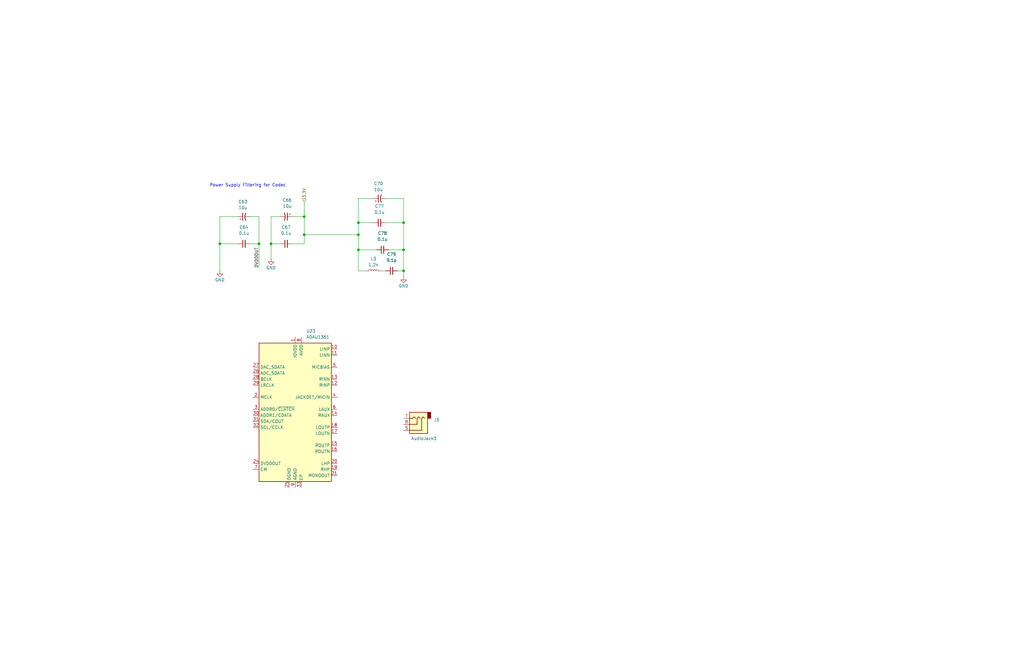
<source format=kicad_sch>
(kicad_sch (version 20250114) (generator "eeschema") (generator_version "9.0")
  (paper "B")
  (title_block (title "Audio Subsystem") (date "2026-01-03") (rev "0.0") (company "Andy McCann KA3KAF and Doug McCannn KA3KAG"))
  (lib_symbols
    (symbol "Audio:ADAU1361"
      (property "Reference" "U" (at -13.716 29.718 0))
      (property "Value" "ADAU1361" (at 4.572 29.718 0))
      (symbol "ADAU1361_0_1"
        (rectangle (start -15.24 27.94) (end 15.24 -30.48) (stroke (width 0.254)) (fill (type background)))
      )
      (symbol "ADAU1361_1_1"
        (pin input line (at -17.78 17.78 0) (length 2.54) (name "DAC_SDATA") (number "27"))
        (pin output line (at -17.78 15.24 0) (length 2.54) (name "ADC_SDATA") (number "26"))
        (pin bidirectional line (at -17.78 12.7 0) (length 2.54) (name "BCLK") (number "28"))
        (pin bidirectional line (at -17.78 10.16 0) (length 2.54) (name "LRCLK") (number "29"))
        (pin input line (at -17.78 5.08 0) (length 2.54) (name "MCLK") (number "2"))
        (pin input line (at -17.78 0 0) (length 2.54) (name "ADDR0/~{CLATCH}") (number "3"))
        (pin input line (at -17.78 -2.54 0) (length 2.54) (name "ADDR1/CDATA") (number "30"))
        (pin bidirectional line (at -17.78 -5.08 0) (length 2.54) (name "SDA/COUT") (number "31"))
        (pin input line (at -17.78 -7.62 0) (length 2.54) (name "SCL/CCLK") (number "32"))
        (pin power_out line (at -17.78 -22.86 0) (length 2.54) (name "DVDDOUT") (number "24"))
        (pin output line (at -17.78 -25.4 0) (length 2.54) (name "CM") (number "7"))
        (pin power_in line (at -2.54 -33.02 90) (length 2.54) (name "DGND") (number "25"))
        (pin power_in line (at 0 30.48 270) (length 2.54) (name "IOVDD") (number "1"))
        (pin passive line (at 0 -33.02 90) (length 2.54) (hide yes) (name "AGND") (number "22"))
        (pin power_in line (at 0 -33.02 90) (length 2.54) (name "AGND") (number "9"))
        (pin passive line (at 2.54 30.48 270) (length 2.54) (hide yes) (name "AVDD") (number "23"))
        (pin power_in line (at 2.54 30.48 270) (length 2.54) (name "AVDD") (number "8"))
        (pin power_in line (at 2.54 -33.02 90) (length 2.54) (name "EP") (number "33"))
        (pin input line (at 17.78 25.4 180) (length 2.54) (name "LINP") (number "10"))
        (pin input line (at 17.78 22.86 180) (length 2.54) (name "LINN") (number "11"))
        (pin output line (at 17.78 17.78 180) (length 2.54) (name "MICBIAS") (number "5"))
        (pin input line (at 17.78 12.7 180) (length 2.54) (name "RINN") (number "13"))
        (pin input line (at 17.78 10.16 180) (length 2.54) (name "RINP") (number "12"))
        (pin input line (at 17.78 5.08 180) (length 2.54) (name "JACKDET/MICIN") (number "4"))
        (pin input line (at 17.78 0 180) (length 2.54) (name "LAUX") (number "6"))
        (pin input line (at 17.78 -2.54 180) (length 2.54) (name "RAUX") (number "14"))
        (pin output line (at 17.78 -7.62 180) (length 2.54) (name "LOUTP") (number "18"))
        (pin output line (at 17.78 -10.16 180) (length 2.54) (name "LOUTN") (number "17"))
        (pin output line (at 17.78 -15.24 180) (length 2.54) (name "ROUTP") (number "15"))
        (pin output line (at 17.78 -17.78 180) (length 2.54) (name "ROUTN") (number "16"))
        (pin output line (at 17.78 -22.86 180) (length 2.54) (name "LHP") (number "20"))
        (pin output line (at 17.78 -25.4 180) (length 2.54) (name "RHP") (number "19"))
        (pin output line (at 17.78 -27.94 180) (length 2.54) (name "MONOOUT") (number "21"))
      )
    )
    (symbol "Connector:AudioJack3"
      (property "Reference" "J" (at 0 8.89 0))
      (property "Value" "AudioJack3" (at 0 6.35 0))
      (symbol "AudioJack3_0_1"
        (rectangle (start -5.08 -5.08) (end -6.35 -2.54) (stroke (width 0.254)) (fill (type outline)))
        (polyline (pts (xy -1.905 -2.54) (xy -1.27 -3.175) (xy -0.635 -2.54) (xy -0.635 0) (xy 2.54 0)) (stroke (width 0.254)))
        (polyline (pts (xy 0 -2.54) (xy 0.635 -3.175) (xy 1.27 -2.54) (xy 2.54 -2.54)) (stroke (width 0.254)))
        (rectangle (start 2.54 3.81) (end -5.08 -5.08) (stroke (width 0.254)) (fill (type background)))
        (polyline (pts (xy 2.54 2.54) (xy -2.54 2.54) (xy -2.54 -2.54) (xy -3.175 -3.175) (xy -3.81 -2.54)) (stroke (width 0.254)))
      )
      (symbol "AudioJack3_1_1"
        (pin passive line (at 5.08 2.54 180) (length 2.54) (name "~") (number "S"))
        (pin passive line (at 5.08 0 180) (length 2.54) (name "~") (number "R"))
        (pin passive line (at 5.08 -2.54 180) (length 2.54) (name "~") (number "T"))
      )
    )
    (symbol "Device:C_Polarized_Small_US" (pin_numbers (hide yes)) (pin_names (offset 0.254) (hide yes))
      (property "Reference" "C" (at 0.254 1.778 0))
      (property "Value" "C_Polarized_Small_US" (at 0.254 -2.032 0))
      (symbol "C_Polarized_Small_US_0_1"
        (polyline (pts (xy -1.524 0.508) (xy 1.524 0.508)) (stroke (width 0.3048)))
        (polyline (pts (xy -1.27 1.524) (xy -0.762 1.524)))
        (polyline (pts (xy -1.016 1.27) (xy -1.016 1.778)))
        (arc (start -1.524 -0.762) (mid 0 -0.3734) (end 1.524 -0.762) (stroke (width 0.3048)))
      )
      (symbol "C_Polarized_Small_US_1_1"
        (pin passive line (at 0 2.54 270) (length 2.032) (name "~") (number "1"))
        (pin passive line (at 0 -2.54 90) (length 2.032) (name "~") (number "2"))
      )
    )
    (symbol "Device:C_Small" (pin_numbers (hide yes)) (pin_names (offset 0.254) (hide yes))
      (property "Reference" "C" (at 0.254 1.778 0))
      (property "Value" "C_Small" (at 0.254 -2.032 0))
      (symbol "C_Small_0_1"
        (polyline (pts (xy -1.524 0.508) (xy 1.524 0.508)) (stroke (width 0.3048)))
        (polyline (pts (xy -1.524 -0.508) (xy 1.524 -0.508)) (stroke (width 0.3302)))
      )
      (symbol "C_Small_1_1"
        (pin passive line (at 0 2.54 270) (length 2.032) (name "~") (number "1"))
        (pin passive line (at 0 -2.54 90) (length 2.032) (name "~") (number "2"))
      )
    )
    (symbol "Device:L_Small" (pin_numbers (hide yes)) (pin_names (offset 0.254) (hide yes))
      (property "Reference" "L" (at 0.762 1.016 0))
      (property "Value" "L_Small" (at 0.762 -1.016 0))
      (symbol "L_Small_0_1"
        (arc (start 0 2.032) (mid 0.5058 1.524) (end 0 1.016))
        (arc (start 0 1.016) (mid 0.5058 0.508) (end 0 0))
        (arc (start 0 0) (mid 0.5058 -0.508) (end 0 -1.016))
        (arc (start 0 -1.016) (mid 0.5058 -1.524) (end 0 -2.032))
      )
      (symbol "L_Small_1_1"
        (pin passive line (at 0 2.54 270) (length 0.508) (name "~") (number "1"))
        (pin passive line (at 0 -2.54 90) (length 0.508) (name "~") (number "2"))
      )
    )
    (symbol "power:GND" (power) (pin_names (offset 0))
      (property "Value" "GND" (at 0 -3.81 0))
      (symbol "GND_0_1"
        (polyline (pts (xy 0 0) (xy 0 -1.27) (xy 1.27 -1.27) (xy 0 -2.54) (xy -1.27 -1.27) (xy 0 -1.27)))
      )
      (symbol "GND_1_1"
        (pin power_in line (at 0 0 270) (length 0) (hide yes) (name "GND") (number "1"))
      )
    )
  )
  (text "Power Supply Filtering for Codec\n" (at 88.392 78.994 0) (effects (font (size 1.27 1.27)) (justify left bottom)))
  (junction (at 114.3 102.87))
  (junction (at 151.13 93.98))
  (junction (at 92.71 102.87))
  (junction (at 109.22 102.87))
  (junction (at 128.27 91.44))
  (junction (at 170.18 105.41))
  (junction (at 170.18 114.3))
  (junction (at 128.27 99.06))
  (junction (at 151.13 99.06))
  (junction (at 170.18 93.98))
  (junction (at 151.13 105.41))
  (wire (pts (xy 167.64 114.3) (xy 170.18 114.3)))
  (wire (pts (xy 114.3 109.22) (xy 114.3 102.87)))
  (wire (pts (xy 92.71 114.3) (xy 92.71 102.87)))
  (wire (pts (xy 109.22 91.44) (xy 109.22 102.87)))
  (wire (pts (xy 151.13 93.98) (xy 151.13 83.82)))
  (wire (pts (xy 105.41 91.44) (xy 109.22 91.44)))
  (wire (pts (xy 170.18 114.3) (xy 170.18 116.84)))
  (wire (pts (xy 151.13 83.82) (xy 157.48 83.82)))
  (wire (pts (xy 92.71 91.44) (xy 100.33 91.44)))
  (wire (pts (xy 170.18 114.3) (xy 170.18 105.41)))
  (wire (pts (xy 163.83 105.41) (xy 170.18 105.41)))
  (wire (pts (xy 128.27 99.06) (xy 151.13 99.06)))
  (wire (pts (xy 160.02 114.3) (xy 162.56 114.3)))
  (wire (pts (xy 128.27 91.44) (xy 123.19 91.44)))
  (wire (pts (xy 128.27 85.09) (xy 128.27 91.44)))
  (wire (pts (xy 170.18 83.82) (xy 162.56 83.82)))
  (wire (pts (xy 109.22 113.03) (xy 109.22 102.87)))
  (wire (pts (xy 114.3 91.44) (xy 118.11 91.44)))
  (wire (pts (xy 92.71 102.87) (xy 92.71 91.44)))
  (wire (pts (xy 170.18 93.98) (xy 170.18 83.82)))
  (wire (pts (xy 158.75 105.41) (xy 151.13 105.41)))
  (wire (pts (xy 114.3 102.87) (xy 114.3 91.44)))
  (wire (pts (xy 151.13 105.41) (xy 151.13 99.06)))
  (wire (pts (xy 114.3 102.87) (xy 118.11 102.87)))
  (wire (pts (xy 157.48 93.98) (xy 151.13 93.98)))
  (wire (pts (xy 151.13 99.06) (xy 151.13 93.98)))
  (wire (pts (xy 92.71 102.87) (xy 100.33 102.87)))
  (wire (pts (xy 162.56 93.98) (xy 170.18 93.98)))
  (wire (pts (xy 151.13 114.3) (xy 151.13 105.41)))
  (wire (pts (xy 123.19 102.87) (xy 128.27 102.87)))
  (wire (pts (xy 128.27 99.06) (xy 128.27 91.44)))
  (wire (pts (xy 154.94 114.3) (xy 151.13 114.3)))
  (wire (pts (xy 109.22 102.87) (xy 105.41 102.87)))
  (wire (pts (xy 128.27 102.87) (xy 128.27 99.06)))
  (wire (pts (xy 170.18 105.41) (xy 170.18 93.98)))
  (label "DVDDOUT" (at 109.22 113.03 90))
  (hierarchical_label "3.3V" (shape input) (at 128.27 85.09 90))
  (symbol (lib_id "power:GND") (at 92.71 114.3 0) (unit 1)
    (property "Reference" "#PWR0111" (effects (hide yes)))
    (property "Value" "GND" (at 92.71 118.11 0))
  )
  (symbol (lib_id "power:GND") (at 114.3 109.22 0) (unit 1)
    (property "Reference" "#PWR0110" (effects (hide yes)))
    (property "Value" "GND" (at 114.3 113.03 0))
  )
  (symbol (lib_id "Device:C_Polarized_Small_US") (at 102.87 91.44 90) (unit 1)
    (property "Reference" "C63" (at 102.4382 85.09 90))
    (property "Value" "10u" (at 102.4382 87.63 90))
    (property "Footprint" "Capacitor_SMD:C_0805_2012Metric_Pad1.18x1.45mm_HandSolder" (effects (hide yes)))
  )
  (symbol (lib_id "Device:C_Small") (at 160.02 93.98 90) (unit 1)
    (property "Reference" "C77" (at 160.0263 86.995 90))
    (property "Value" "0.1u" (at 160.0263 89.535 90))
    (property "Footprint" "Capacitor_SMD:C_0805_2012Metric_Pad1.18x1.45mm_HandSolder" (effects (hide yes)))
  )
  (symbol (lib_id "power:GND") (at 170.18 116.84 0) (unit 1)
    (property "Reference" "#PWR017" (effects (hide yes)))
    (property "Value" "GND" (at 170.18 120.65 0))
  )
  (symbol (lib_id "Connector:AudioJack3") (at 175.26 179.07 180) (unit 1)
    (property "Reference" "J3" (at 182.88 177.1649 0) (effects (justify right)))
    (property "Value" "AudioJack3" (at 173.355 185.039 0) (effects (justify right)))
    (property "Footprint" "Connector_Audio:Jack_3.5mm_CUI_SJ-3523-SMT_Horizontal" (effects (hide yes)))
  )
  (symbol (lib_id "Device:C_Polarized_Small_US") (at 120.65 91.44 270) (unit 1)
    (property "Reference" "C66" (at 121.0818 84.455 90))
    (property "Value" "10u" (at 121.0818 86.995 90))
    (property "Footprint" "Capacitor_SMD:C_0805_2012Metric_Pad1.18x1.45mm_HandSolder" (effects (hide yes)))
  )
  (symbol (lib_id "Device:L_Small") (at 157.48 114.3 90) (unit 1)
    (property "Reference" "L3" (at 157.48 109.22 90))
    (property "Value" "1.2n" (at 157.48 111.76 90))
    (property "Footprint" "Inductor_SMD:L_0805_2012Metric_Pad1.15x1.40mm_HandSolder" (effects (hide yes)))
  )
  (symbol (lib_id "Device:C_Small") (at 120.65 102.87 90) (unit 1)
    (property "Reference" "C67" (at 120.6563 95.885 90))
    (property "Value" "0.1u" (at 120.6563 98.425 90))
    (property "Footprint" "Capacitor_SMD:C_0805_2012Metric_Pad1.18x1.45mm_HandSolder" (effects (hide yes)))
  )
  (symbol (lib_id "Device:C_Small") (at 165.1 114.3 90) (unit 1)
    (property "Reference" "C79" (at 165.1063 107.315 90))
    (property "Value" "9.1p" (at 165.1063 109.855 90))
    (property "Footprint" "Capacitor_SMD:C_0805_2012Metric_Pad1.18x1.45mm_HandSolder" (effects (hide yes)))
  )
  (symbol (lib_id "Device:C_Polarized_Small_US") (at 160.02 83.82 90) (unit 1)
    (property "Reference" "C70" (at 159.5882 77.47 90))
    (property "Value" "10u" (at 159.5882 80.01 90))
    (property "Footprint" "Capacitor_SMD:C_0805_2012Metric_Pad1.18x1.45mm_HandSolder" (effects (hide yes)))
  )
  (symbol (lib_id "Device:C_Small") (at 102.87 102.87 90) (unit 1)
    (property "Reference" "C64" (at 102.8763 95.885 90))
    (property "Value" "0.1u" (at 102.8763 98.425 90))
    (property "Footprint" "Capacitor_SMD:C_0805_2012Metric_Pad1.18x1.45mm_HandSolder" (effects (hide yes)))
  )
  (symbol (lib_id "Device:C_Small") (at 161.29 105.41 90) (unit 1)
    (property "Reference" "C78" (at 161.2963 98.425 90))
    (property "Value" "0.1u" (at 161.2963 100.965 90))
    (property "Footprint" "Capacitor_SMD:C_0805_2012Metric_Pad1.18x1.45mm_HandSolder" (effects (hide yes)))
  )
  (symbol (lib_id "Audio:ADAU1361") (at 124.46 172.72 0) (unit 1)
    (property "Reference" "U23" (at 129.1433 139.7 0) (effects (justify left)))
    (property "Value" "ADAU1361" (at 129.1433 142.24 0) (effects (justify left)))
    (property "Footprint" "Package_CSP:LFCSP-32-1EP_5x5mm_P0.5mm_EP3.5x3.5mm_ThermalVias" (effects (hide yes)))
    (property "Datasheet" "https://www.analog.com/media/en/technical-documentation/data-sheets/ADAU1361.pdf" (effects (hide yes)))
    (property "Description" "Stereo, Low Power, 96 kHz, 24-bit Audio Codec with Integrated PLL, VQFN-32 (LFCSP-32)" (effects (hide yes)))
  )
)
</source>
